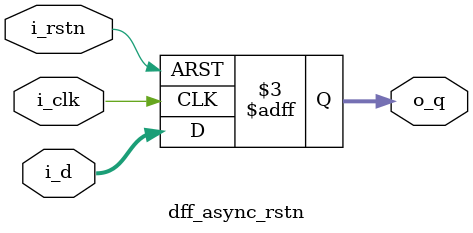
<source format=v>

module	dff_async_rstn
#(	
	parameter	BW_DATA	= 8
)
(	
	output reg	[BW_DATA-1:0]	o_q,
	input		[BW_DATA-1:0]	i_d,
	input						i_clk,
	input						i_rstn
);

	always @(posedge i_clk or negedge i_rstn) begin
		if(!i_rstn) begin
			o_q		<= 1'b0;
		end else begin
			o_q		<= i_d;
		end
	end

endmodule


</source>
